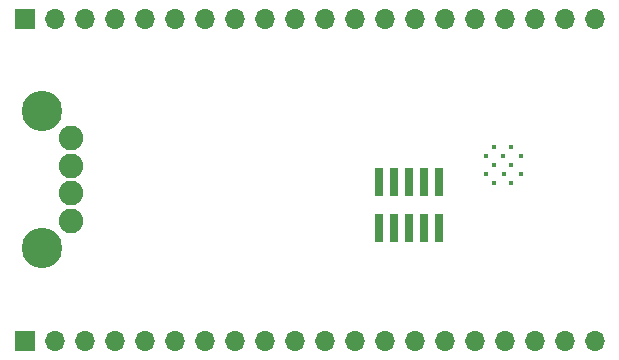
<source format=gbs>
G04 #@! TF.GenerationSoftware,KiCad,Pcbnew,5.1.8-db9833491~87~ubuntu18.04.1*
G04 #@! TF.CreationDate,2020-11-18T16:13:40-03:00*
G04 #@! TF.ProjectId,Franzininho WIFI,4672616e-7a69-46e6-996e-686f20574946,rev?*
G04 #@! TF.SameCoordinates,Original*
G04 #@! TF.FileFunction,Soldermask,Bot*
G04 #@! TF.FilePolarity,Negative*
%FSLAX46Y46*%
G04 Gerber Fmt 4.6, Leading zero omitted, Abs format (unit mm)*
G04 Created by KiCad (PCBNEW 5.1.8-db9833491~87~ubuntu18.04.1) date 2020-11-18 16:13:40*
%MOMM*%
%LPD*%
G01*
G04 APERTURE LIST*
%ADD10R,1.700000X1.700000*%
%ADD11O,1.700000X1.700000*%
%ADD12C,0.400000*%
%ADD13C,2.082800*%
%ADD14C,3.419200*%
%ADD15R,0.740000X2.400000*%
G04 APERTURE END LIST*
D10*
X124460000Y-118745000D03*
D11*
X127000000Y-118745000D03*
X129540000Y-118745000D03*
X132080000Y-118745000D03*
X134620000Y-118745000D03*
X137160000Y-118745000D03*
X139700000Y-118745000D03*
X142240000Y-118745000D03*
X144780000Y-118745000D03*
X147320000Y-118745000D03*
X149860000Y-118745000D03*
X152400000Y-118745000D03*
X154940000Y-118745000D03*
X157480000Y-118745000D03*
X160020000Y-118745000D03*
X162560000Y-118745000D03*
X165100000Y-118745000D03*
X167640000Y-118745000D03*
X170180000Y-118745000D03*
X172720000Y-118745000D03*
D12*
X164193200Y-103773200D03*
X165666400Y-103824000D03*
X165006000Y-104586000D03*
X164955200Y-103062000D03*
X164193200Y-102300000D03*
X163482000Y-103062000D03*
X163482000Y-104535200D03*
X164193200Y-105297200D03*
X165666400Y-105297200D03*
X166479200Y-104586000D03*
X166479200Y-103062000D03*
X165666400Y-102300000D03*
D13*
X128352350Y-101518600D03*
X128352350Y-103891600D03*
X128352350Y-106145600D03*
X128352350Y-108518600D03*
D14*
X125952350Y-110818600D03*
X125952350Y-99218600D03*
D10*
X124460000Y-91440000D03*
D11*
X127000000Y-91440000D03*
X129540000Y-91440000D03*
X132080000Y-91440000D03*
X134620000Y-91440000D03*
X137160000Y-91440000D03*
X139700000Y-91440000D03*
X142240000Y-91440000D03*
X144780000Y-91440000D03*
X147320000Y-91440000D03*
X149860000Y-91440000D03*
X152400000Y-91440000D03*
X154940000Y-91440000D03*
X157480000Y-91440000D03*
X160020000Y-91440000D03*
X162560000Y-91440000D03*
X165100000Y-91440000D03*
X167640000Y-91440000D03*
X170180000Y-91440000D03*
X172720000Y-91440000D03*
D15*
X154432000Y-105238000D03*
X154432000Y-109138000D03*
X155702000Y-105238000D03*
X155702000Y-109138000D03*
X156972000Y-105238000D03*
X156972000Y-109138000D03*
X158242000Y-105238000D03*
X158242000Y-109138000D03*
X159512000Y-105238000D03*
X159512000Y-109138000D03*
M02*

</source>
